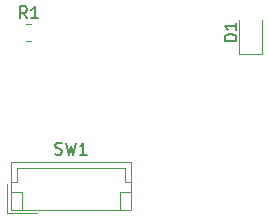
<source format=gbr>
%TF.GenerationSoftware,KiCad,Pcbnew,7.0.10*%
%TF.CreationDate,2024-01-23T18:00:44-08:00*%
%TF.ProjectId,pcb-test-3,7063622d-7465-4737-942d-332e6b696361,rev?*%
%TF.SameCoordinates,Original*%
%TF.FileFunction,Legend,Top*%
%TF.FilePolarity,Positive*%
%FSLAX46Y46*%
G04 Gerber Fmt 4.6, Leading zero omitted, Abs format (unit mm)*
G04 Created by KiCad (PCBNEW 7.0.10) date 2024-01-23 18:00:44*
%MOMM*%
%LPD*%
G01*
G04 APERTURE LIST*
%ADD10C,0.150000*%
%ADD11C,0.120000*%
G04 APERTURE END LIST*
D10*
X90146667Y-127147200D02*
X90289524Y-127194819D01*
X90289524Y-127194819D02*
X90527619Y-127194819D01*
X90527619Y-127194819D02*
X90622857Y-127147200D01*
X90622857Y-127147200D02*
X90670476Y-127099580D01*
X90670476Y-127099580D02*
X90718095Y-127004342D01*
X90718095Y-127004342D02*
X90718095Y-126909104D01*
X90718095Y-126909104D02*
X90670476Y-126813866D01*
X90670476Y-126813866D02*
X90622857Y-126766247D01*
X90622857Y-126766247D02*
X90527619Y-126718628D01*
X90527619Y-126718628D02*
X90337143Y-126671009D01*
X90337143Y-126671009D02*
X90241905Y-126623390D01*
X90241905Y-126623390D02*
X90194286Y-126575771D01*
X90194286Y-126575771D02*
X90146667Y-126480533D01*
X90146667Y-126480533D02*
X90146667Y-126385295D01*
X90146667Y-126385295D02*
X90194286Y-126290057D01*
X90194286Y-126290057D02*
X90241905Y-126242438D01*
X90241905Y-126242438D02*
X90337143Y-126194819D01*
X90337143Y-126194819D02*
X90575238Y-126194819D01*
X90575238Y-126194819D02*
X90718095Y-126242438D01*
X91051429Y-126194819D02*
X91289524Y-127194819D01*
X91289524Y-127194819D02*
X91480000Y-126480533D01*
X91480000Y-126480533D02*
X91670476Y-127194819D01*
X91670476Y-127194819D02*
X91908572Y-126194819D01*
X92813333Y-127194819D02*
X92241905Y-127194819D01*
X92527619Y-127194819D02*
X92527619Y-126194819D01*
X92527619Y-126194819D02*
X92432381Y-126337676D01*
X92432381Y-126337676D02*
X92337143Y-126432914D01*
X92337143Y-126432914D02*
X92241905Y-126480533D01*
X87733333Y-115644819D02*
X87400000Y-115168628D01*
X87161905Y-115644819D02*
X87161905Y-114644819D01*
X87161905Y-114644819D02*
X87542857Y-114644819D01*
X87542857Y-114644819D02*
X87638095Y-114692438D01*
X87638095Y-114692438D02*
X87685714Y-114740057D01*
X87685714Y-114740057D02*
X87733333Y-114835295D01*
X87733333Y-114835295D02*
X87733333Y-114978152D01*
X87733333Y-114978152D02*
X87685714Y-115073390D01*
X87685714Y-115073390D02*
X87638095Y-115121009D01*
X87638095Y-115121009D02*
X87542857Y-115168628D01*
X87542857Y-115168628D02*
X87161905Y-115168628D01*
X88685714Y-115644819D02*
X88114286Y-115644819D01*
X88400000Y-115644819D02*
X88400000Y-114644819D01*
X88400000Y-114644819D02*
X88304762Y-114787676D01*
X88304762Y-114787676D02*
X88209524Y-114882914D01*
X88209524Y-114882914D02*
X88114286Y-114930533D01*
X105484819Y-117578094D02*
X104484819Y-117578094D01*
X104484819Y-117578094D02*
X104484819Y-117339999D01*
X104484819Y-117339999D02*
X104532438Y-117197142D01*
X104532438Y-117197142D02*
X104627676Y-117101904D01*
X104627676Y-117101904D02*
X104722914Y-117054285D01*
X104722914Y-117054285D02*
X104913390Y-117006666D01*
X104913390Y-117006666D02*
X105056247Y-117006666D01*
X105056247Y-117006666D02*
X105246723Y-117054285D01*
X105246723Y-117054285D02*
X105341961Y-117101904D01*
X105341961Y-117101904D02*
X105437200Y-117197142D01*
X105437200Y-117197142D02*
X105484819Y-117339999D01*
X105484819Y-117339999D02*
X105484819Y-117578094D01*
X105484819Y-116054285D02*
X105484819Y-116625713D01*
X105484819Y-116339999D02*
X104484819Y-116339999D01*
X104484819Y-116339999D02*
X104627676Y-116435237D01*
X104627676Y-116435237D02*
X104722914Y-116530475D01*
X104722914Y-116530475D02*
X104770533Y-116625713D01*
D11*
%TO.C,SW1*%
X86870000Y-128330000D02*
X96090000Y-128330000D01*
X96590000Y-131850000D02*
X96590000Y-127830000D01*
X86370000Y-129540000D02*
X86870000Y-129540000D01*
X86370000Y-127830000D02*
X86370000Y-131850000D01*
X87370000Y-130350000D02*
X87370000Y-131850000D01*
X86370000Y-130350000D02*
X87370000Y-130350000D01*
X96590000Y-127830000D02*
X86370000Y-127830000D01*
X86070000Y-132150000D02*
X88570000Y-132150000D01*
X86870000Y-129540000D02*
X86870000Y-128330000D01*
X96590000Y-130350000D02*
X95590000Y-130350000D01*
X86070000Y-129650000D02*
X86070000Y-132150000D01*
X96090000Y-128330000D02*
X96090000Y-129540000D01*
X95590000Y-130350000D02*
X95590000Y-131850000D01*
X96090000Y-129540000D02*
X96590000Y-129540000D01*
X86370000Y-131850000D02*
X96590000Y-131850000D01*
%TO.C,R1*%
X87672936Y-116105000D02*
X88127064Y-116105000D01*
X87672936Y-117575000D02*
X88127064Y-117575000D01*
%TO.C,D1*%
X105720000Y-118700000D02*
X107640000Y-118700000D01*
X105720000Y-115840000D02*
X105720000Y-118700000D01*
X107640000Y-118700000D02*
X107640000Y-115840000D01*
%TD*%
M02*

</source>
